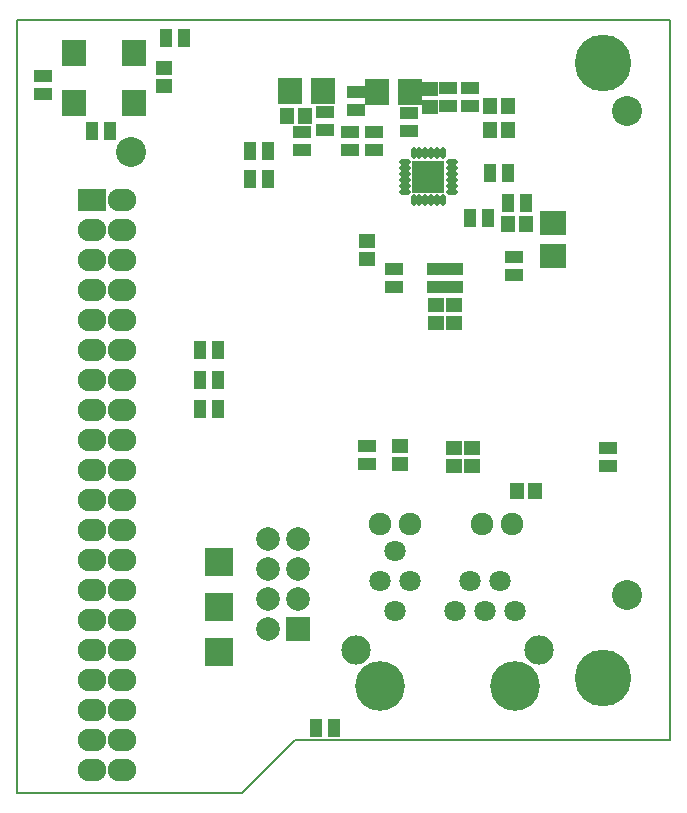
<source format=gbr>
G04 #@! TF.FileFunction,Soldermask,Top*
%FSLAX46Y46*%
G04 Gerber Fmt 4.6, Leading zero omitted, Abs format (unit mm)*
G04 Created by KiCad (PCBNEW 4.0.2+dfsg1-2~bpo8+1-stable) date lun 17 oct 2016 17:04:15 ART*
%MOMM*%
G01*
G04 APERTURE LIST*
%ADD10C,0.100000*%
%ADD11C,0.150000*%
%ADD12R,2.400000X1.924000*%
%ADD13O,2.400000X1.924000*%
%ADD14C,1.924000*%
%ADD15C,1.797000*%
%ADD16C,2.482800*%
%ADD17C,4.210000*%
%ADD18R,1.035000X1.543000*%
%ADD19R,2.000200X2.000200*%
%ADD20C,2.000200*%
%ADD21R,1.543000X1.035000*%
%ADD22R,2.699360X2.699360*%
%ADD23O,1.000100X0.448920*%
%ADD24O,0.448920X1.000100*%
%ADD25R,2.398980X2.398980*%
%ADD26C,2.540000*%
%ADD27C,4.800000*%
%ADD28R,2.101600X2.301600*%
%ADD29R,1.299160X1.400760*%
%ADD30R,1.400760X1.299160*%
%ADD31R,2.203400X2.000200*%
%ADD32R,2.000200X2.203400*%
G04 APERTURE END LIST*
D10*
D11*
X91195000Y-68750000D02*
X91195000Y-134155000D01*
X146440000Y-68750000D02*
X91195000Y-68750000D01*
X146440000Y-129710000D02*
X146440000Y-68750000D01*
X114690000Y-129710000D02*
X146440000Y-129710000D01*
X110245000Y-134155000D02*
X114690000Y-129710000D01*
X91195000Y-134155000D02*
X110245000Y-134155000D01*
D12*
X97545000Y-83990000D03*
D13*
X100085000Y-83990000D03*
X97545000Y-86530000D03*
X100085000Y-86530000D03*
X97545000Y-89070000D03*
X100085000Y-89070000D03*
X97545000Y-91610000D03*
X100085000Y-91610000D03*
X97545000Y-94150000D03*
X100085000Y-94150000D03*
X97545000Y-96690000D03*
X100085000Y-96690000D03*
X97545000Y-99230000D03*
X100085000Y-99230000D03*
X97545000Y-101770000D03*
X100085000Y-101770000D03*
X97545000Y-104310000D03*
X100085000Y-104310000D03*
X97545000Y-106850000D03*
X100085000Y-106850000D03*
X97545000Y-109390000D03*
X100085000Y-109390000D03*
X97545000Y-111930000D03*
X100085000Y-111930000D03*
X97545000Y-114470000D03*
X100085000Y-114470000D03*
X97545000Y-117010000D03*
X100085000Y-117010000D03*
X97545000Y-119550000D03*
X100085000Y-119550000D03*
X97545000Y-122090000D03*
X100085000Y-122090000D03*
X97545000Y-124630000D03*
X100085000Y-124630000D03*
X97545000Y-127170000D03*
X100085000Y-127170000D03*
X97545000Y-129710000D03*
X100085000Y-129710000D03*
X97545000Y-132250000D03*
X100085000Y-132250000D03*
D14*
X124460000Y-111379000D03*
D15*
X121920000Y-116205000D03*
X124460000Y-116205000D03*
X123190000Y-118745000D03*
X123190000Y-113665000D03*
D14*
X121920000Y-111379000D03*
D16*
X135382000Y-122047000D03*
D17*
X133350000Y-125095000D03*
D15*
X133350000Y-118745000D03*
D17*
X121920000Y-125095000D03*
D16*
X119888000Y-122047000D03*
D15*
X130810000Y-118745000D03*
X128270000Y-118745000D03*
X132080000Y-116205000D03*
X129540000Y-116205000D03*
D14*
X133096000Y-111379000D03*
X130556000Y-111379000D03*
D18*
X134248000Y-84244000D03*
X132724000Y-84244000D03*
D19*
X114935000Y-120269000D03*
D20*
X112395000Y-120269000D03*
X114935000Y-117729000D03*
X112395000Y-117729000D03*
X114935000Y-115189000D03*
X112395000Y-115189000D03*
X114935000Y-112649000D03*
X112395000Y-112649000D03*
D21*
X121412000Y-78232000D03*
X121412000Y-79756000D03*
X117230000Y-78021000D03*
X117230000Y-76497000D03*
X126628000Y-91356000D03*
X126628000Y-89832000D03*
X123072000Y-91356000D03*
X123072000Y-89832000D03*
X133232000Y-90340000D03*
X133232000Y-88816000D03*
X128152000Y-91356000D03*
X128152000Y-89832000D03*
D18*
X106689000Y-99230000D03*
X108213000Y-99230000D03*
X106689000Y-101643000D03*
X108213000Y-101643000D03*
X110880000Y-82212000D03*
X112404000Y-82212000D03*
D21*
X127644000Y-74465000D03*
X127644000Y-75989000D03*
X129485500Y-74465000D03*
X129485500Y-75989000D03*
X124342000Y-76624000D03*
X124342000Y-78148000D03*
D18*
X106689000Y-96690000D03*
X108213000Y-96690000D03*
X110880000Y-79799000D03*
X112404000Y-79799000D03*
D21*
X119380000Y-78232000D03*
X119380000Y-79756000D03*
D18*
X132724000Y-81704000D03*
X131200000Y-81704000D03*
D21*
X120786000Y-104818000D03*
X120786000Y-106342000D03*
X141233000Y-106469000D03*
X141233000Y-104945000D03*
D18*
X129549000Y-85514000D03*
X131073000Y-85514000D03*
X97528000Y-78160000D03*
X99052000Y-78160000D03*
X103768000Y-70274000D03*
X105292000Y-70274000D03*
D21*
X119897000Y-74846000D03*
X119897000Y-76370000D03*
X93354000Y-73449000D03*
X93354000Y-74973000D03*
D18*
X117992000Y-128694000D03*
X116468000Y-128694000D03*
D22*
X126000000Y-82000000D03*
D23*
X127998980Y-83249680D03*
X127998980Y-82749300D03*
X127998980Y-82248920D03*
X127998980Y-81751080D03*
X127998980Y-81250700D03*
X127998980Y-80750320D03*
D24*
X127249680Y-80001020D03*
X126749300Y-80001020D03*
X126248920Y-80001020D03*
X125751080Y-80001020D03*
X125250700Y-80001020D03*
X124750320Y-80001020D03*
D23*
X124001020Y-80750320D03*
X124001020Y-81250700D03*
X124001020Y-81751080D03*
X124001020Y-82248920D03*
X124001020Y-82749300D03*
X124001020Y-83249680D03*
D24*
X124750320Y-83998980D03*
X125250700Y-83998980D03*
X125751080Y-83998980D03*
X126248920Y-83998980D03*
X126749300Y-83998980D03*
X127249680Y-83998980D03*
D25*
X108290000Y-122220000D03*
X108290000Y-118410000D03*
X108290000Y-114600000D03*
D21*
X115290000Y-78248000D03*
X115290000Y-79772000D03*
D26*
X142790000Y-117410000D03*
X142790000Y-76410000D03*
X100790000Y-79910000D03*
D27*
X140790000Y-124410000D03*
X140790000Y-72410000D03*
D28*
X101040000Y-71560000D03*
X96040000Y-71560000D03*
X96040000Y-75760000D03*
X101040000Y-75760000D03*
D29*
X132734160Y-86022000D03*
X134237840Y-86022000D03*
D30*
X120786000Y-88932840D03*
X120786000Y-87429160D03*
D29*
X115568840Y-76878000D03*
X114065160Y-76878000D03*
D30*
X126120000Y-76105840D03*
X126120000Y-74602160D03*
D29*
X131248160Y-78000000D03*
X132751840Y-78000000D03*
X131248160Y-76000000D03*
X132751840Y-76000000D03*
D30*
X126628000Y-92890160D03*
X126628000Y-94393840D03*
X128152000Y-92890160D03*
X128152000Y-94393840D03*
X128152000Y-106458840D03*
X128152000Y-104955160D03*
X123580000Y-106331840D03*
X123580000Y-104828160D03*
D29*
X133496160Y-108628000D03*
X134999840Y-108628000D03*
D30*
X129676000Y-106458840D03*
X129676000Y-104955160D03*
X103641000Y-74327840D03*
X103641000Y-72824160D03*
D31*
X136534000Y-88689000D03*
X136534000Y-85895000D03*
D32*
X121675000Y-74846000D03*
X124469000Y-74846000D03*
X114309000Y-74719000D03*
X117103000Y-74719000D03*
M02*

</source>
